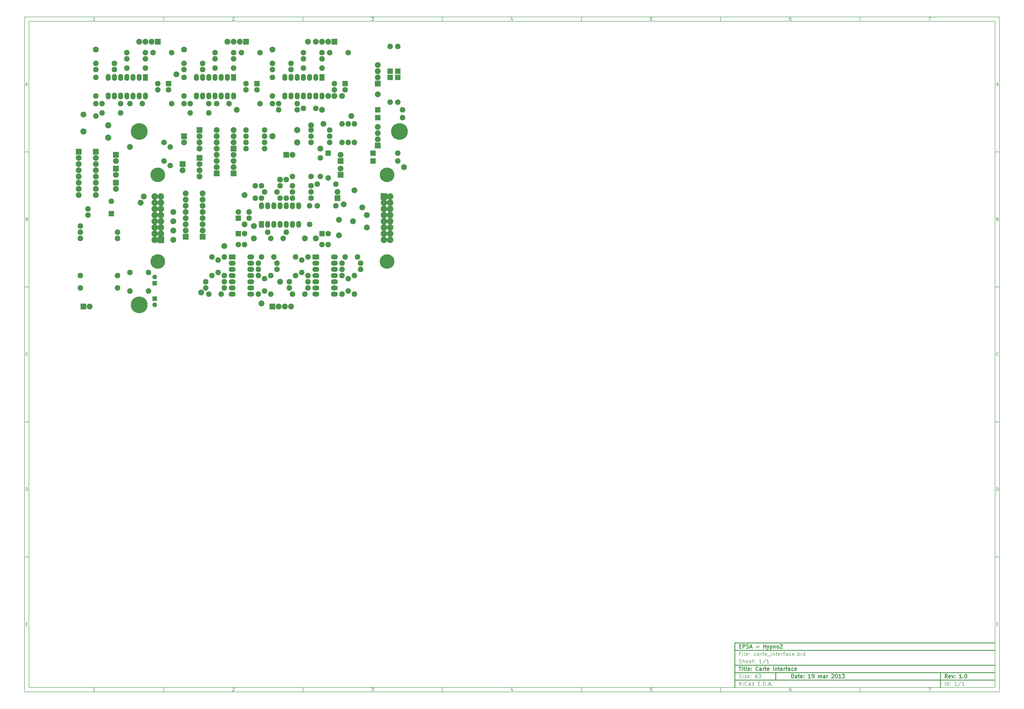
<source format=gbs>
G04 (created by PCBNEW-RS274X (2012-01-19 BZR 3256)-stable) date 19/03/2013 15:18:26*
G01*
G70*
G90*
%MOIN*%
G04 Gerber Fmt 3.4, Leading zero omitted, Abs format*
%FSLAX34Y34*%
G04 APERTURE LIST*
%ADD10C,0.006000*%
%ADD11C,0.012000*%
%ADD12C,0.090000*%
%ADD13R,0.090000X0.090000*%
%ADD14R,0.082000X0.110000*%
%ADD15O,0.082000X0.110000*%
%ADD16R,0.110000X0.082000*%
%ADD17O,0.110000X0.082000*%
%ADD18C,0.235000*%
%ADD19R,0.105000X0.105000*%
%ADD20C,0.105000*%
%ADD21R,0.095000X0.095000*%
%ADD22C,0.095000*%
%ADD23R,0.075000X0.075000*%
%ADD24C,0.075000*%
%ADD25C,0.100000*%
%ADD26C,0.270000*%
G04 APERTURE END LIST*
G54D10*
X04000Y-04000D02*
X161350Y-04000D01*
X161350Y-113000D01*
X04000Y-113000D01*
X04000Y-04000D01*
X04700Y-04700D02*
X160650Y-04700D01*
X160650Y-112300D01*
X04700Y-112300D01*
X04700Y-04700D01*
X26470Y-04000D02*
X26470Y-04700D01*
X15383Y-04552D02*
X15097Y-04552D01*
X15240Y-04552D02*
X15240Y-04052D01*
X15192Y-04124D01*
X15145Y-04171D01*
X15097Y-04195D01*
X26470Y-113000D02*
X26470Y-112300D01*
X15383Y-112852D02*
X15097Y-112852D01*
X15240Y-112852D02*
X15240Y-112352D01*
X15192Y-112424D01*
X15145Y-112471D01*
X15097Y-112495D01*
X48940Y-04000D02*
X48940Y-04700D01*
X37567Y-04100D02*
X37591Y-04076D01*
X37639Y-04052D01*
X37758Y-04052D01*
X37805Y-04076D01*
X37829Y-04100D01*
X37853Y-04148D01*
X37853Y-04195D01*
X37829Y-04267D01*
X37543Y-04552D01*
X37853Y-04552D01*
X48940Y-113000D02*
X48940Y-112300D01*
X37567Y-112400D02*
X37591Y-112376D01*
X37639Y-112352D01*
X37758Y-112352D01*
X37805Y-112376D01*
X37829Y-112400D01*
X37853Y-112448D01*
X37853Y-112495D01*
X37829Y-112567D01*
X37543Y-112852D01*
X37853Y-112852D01*
X71410Y-04000D02*
X71410Y-04700D01*
X60013Y-04052D02*
X60323Y-04052D01*
X60156Y-04243D01*
X60228Y-04243D01*
X60275Y-04267D01*
X60299Y-04290D01*
X60323Y-04338D01*
X60323Y-04457D01*
X60299Y-04505D01*
X60275Y-04529D01*
X60228Y-04552D01*
X60085Y-04552D01*
X60037Y-04529D01*
X60013Y-04505D01*
X71410Y-113000D02*
X71410Y-112300D01*
X60013Y-112352D02*
X60323Y-112352D01*
X60156Y-112543D01*
X60228Y-112543D01*
X60275Y-112567D01*
X60299Y-112590D01*
X60323Y-112638D01*
X60323Y-112757D01*
X60299Y-112805D01*
X60275Y-112829D01*
X60228Y-112852D01*
X60085Y-112852D01*
X60037Y-112829D01*
X60013Y-112805D01*
X93880Y-04000D02*
X93880Y-04700D01*
X82745Y-04219D02*
X82745Y-04552D01*
X82626Y-04029D02*
X82507Y-04386D01*
X82817Y-04386D01*
X93880Y-113000D02*
X93880Y-112300D01*
X82745Y-112519D02*
X82745Y-112852D01*
X82626Y-112329D02*
X82507Y-112686D01*
X82817Y-112686D01*
X116350Y-04000D02*
X116350Y-04700D01*
X105239Y-04052D02*
X105001Y-04052D01*
X104977Y-04290D01*
X105001Y-04267D01*
X105049Y-04243D01*
X105168Y-04243D01*
X105215Y-04267D01*
X105239Y-04290D01*
X105263Y-04338D01*
X105263Y-04457D01*
X105239Y-04505D01*
X105215Y-04529D01*
X105168Y-04552D01*
X105049Y-04552D01*
X105001Y-04529D01*
X104977Y-04505D01*
X116350Y-113000D02*
X116350Y-112300D01*
X105239Y-112352D02*
X105001Y-112352D01*
X104977Y-112590D01*
X105001Y-112567D01*
X105049Y-112543D01*
X105168Y-112543D01*
X105215Y-112567D01*
X105239Y-112590D01*
X105263Y-112638D01*
X105263Y-112757D01*
X105239Y-112805D01*
X105215Y-112829D01*
X105168Y-112852D01*
X105049Y-112852D01*
X105001Y-112829D01*
X104977Y-112805D01*
X138820Y-04000D02*
X138820Y-04700D01*
X127685Y-04052D02*
X127590Y-04052D01*
X127542Y-04076D01*
X127519Y-04100D01*
X127471Y-04171D01*
X127447Y-04267D01*
X127447Y-04457D01*
X127471Y-04505D01*
X127495Y-04529D01*
X127542Y-04552D01*
X127638Y-04552D01*
X127685Y-04529D01*
X127709Y-04505D01*
X127733Y-04457D01*
X127733Y-04338D01*
X127709Y-04290D01*
X127685Y-04267D01*
X127638Y-04243D01*
X127542Y-04243D01*
X127495Y-04267D01*
X127471Y-04290D01*
X127447Y-04338D01*
X138820Y-113000D02*
X138820Y-112300D01*
X127685Y-112352D02*
X127590Y-112352D01*
X127542Y-112376D01*
X127519Y-112400D01*
X127471Y-112471D01*
X127447Y-112567D01*
X127447Y-112757D01*
X127471Y-112805D01*
X127495Y-112829D01*
X127542Y-112852D01*
X127638Y-112852D01*
X127685Y-112829D01*
X127709Y-112805D01*
X127733Y-112757D01*
X127733Y-112638D01*
X127709Y-112590D01*
X127685Y-112567D01*
X127638Y-112543D01*
X127542Y-112543D01*
X127495Y-112567D01*
X127471Y-112590D01*
X127447Y-112638D01*
X149893Y-04052D02*
X150227Y-04052D01*
X150012Y-04552D01*
X149893Y-112352D02*
X150227Y-112352D01*
X150012Y-112852D01*
X04000Y-25800D02*
X04700Y-25800D01*
X04231Y-14960D02*
X04469Y-14960D01*
X04184Y-15102D02*
X04350Y-14602D01*
X04517Y-15102D01*
X161350Y-25800D02*
X160650Y-25800D01*
X160881Y-14960D02*
X161119Y-14960D01*
X160834Y-15102D02*
X161000Y-14602D01*
X161167Y-15102D01*
X04000Y-47600D02*
X04700Y-47600D01*
X04386Y-36640D02*
X04457Y-36664D01*
X04481Y-36688D01*
X04505Y-36736D01*
X04505Y-36807D01*
X04481Y-36855D01*
X04457Y-36879D01*
X04410Y-36902D01*
X04219Y-36902D01*
X04219Y-36402D01*
X04386Y-36402D01*
X04433Y-36426D01*
X04457Y-36450D01*
X04481Y-36498D01*
X04481Y-36545D01*
X04457Y-36593D01*
X04433Y-36617D01*
X04386Y-36640D01*
X04219Y-36640D01*
X161350Y-47600D02*
X160650Y-47600D01*
X161036Y-36640D02*
X161107Y-36664D01*
X161131Y-36688D01*
X161155Y-36736D01*
X161155Y-36807D01*
X161131Y-36855D01*
X161107Y-36879D01*
X161060Y-36902D01*
X160869Y-36902D01*
X160869Y-36402D01*
X161036Y-36402D01*
X161083Y-36426D01*
X161107Y-36450D01*
X161131Y-36498D01*
X161131Y-36545D01*
X161107Y-36593D01*
X161083Y-36617D01*
X161036Y-36640D01*
X160869Y-36640D01*
X04000Y-69400D02*
X04700Y-69400D01*
X04505Y-58655D02*
X04481Y-58679D01*
X04410Y-58702D01*
X04362Y-58702D01*
X04290Y-58679D01*
X04243Y-58631D01*
X04219Y-58583D01*
X04195Y-58488D01*
X04195Y-58417D01*
X04219Y-58321D01*
X04243Y-58274D01*
X04290Y-58226D01*
X04362Y-58202D01*
X04410Y-58202D01*
X04481Y-58226D01*
X04505Y-58250D01*
X161350Y-69400D02*
X160650Y-69400D01*
X161155Y-58655D02*
X161131Y-58679D01*
X161060Y-58702D01*
X161012Y-58702D01*
X160940Y-58679D01*
X160893Y-58631D01*
X160869Y-58583D01*
X160845Y-58488D01*
X160845Y-58417D01*
X160869Y-58321D01*
X160893Y-58274D01*
X160940Y-58226D01*
X161012Y-58202D01*
X161060Y-58202D01*
X161131Y-58226D01*
X161155Y-58250D01*
X04000Y-91200D02*
X04700Y-91200D01*
X04219Y-80502D02*
X04219Y-80002D01*
X04338Y-80002D01*
X04410Y-80026D01*
X04457Y-80074D01*
X04481Y-80121D01*
X04505Y-80217D01*
X04505Y-80288D01*
X04481Y-80383D01*
X04457Y-80431D01*
X04410Y-80479D01*
X04338Y-80502D01*
X04219Y-80502D01*
X161350Y-91200D02*
X160650Y-91200D01*
X160869Y-80502D02*
X160869Y-80002D01*
X160988Y-80002D01*
X161060Y-80026D01*
X161107Y-80074D01*
X161131Y-80121D01*
X161155Y-80217D01*
X161155Y-80288D01*
X161131Y-80383D01*
X161107Y-80431D01*
X161060Y-80479D01*
X160988Y-80502D01*
X160869Y-80502D01*
X04243Y-102040D02*
X04410Y-102040D01*
X04481Y-102302D02*
X04243Y-102302D01*
X04243Y-101802D01*
X04481Y-101802D01*
X160893Y-102040D02*
X161060Y-102040D01*
X161131Y-102302D02*
X160893Y-102302D01*
X160893Y-101802D01*
X161131Y-101802D01*
G54D11*
X127793Y-110743D02*
X127793Y-110143D01*
X127936Y-110143D01*
X128021Y-110171D01*
X128079Y-110229D01*
X128107Y-110286D01*
X128136Y-110400D01*
X128136Y-110486D01*
X128107Y-110600D01*
X128079Y-110657D01*
X128021Y-110714D01*
X127936Y-110743D01*
X127793Y-110743D01*
X128650Y-110743D02*
X128650Y-110429D01*
X128621Y-110371D01*
X128564Y-110343D01*
X128450Y-110343D01*
X128393Y-110371D01*
X128650Y-110714D02*
X128593Y-110743D01*
X128450Y-110743D01*
X128393Y-110714D01*
X128364Y-110657D01*
X128364Y-110600D01*
X128393Y-110543D01*
X128450Y-110514D01*
X128593Y-110514D01*
X128650Y-110486D01*
X128850Y-110343D02*
X129079Y-110343D01*
X128936Y-110143D02*
X128936Y-110657D01*
X128964Y-110714D01*
X129022Y-110743D01*
X129079Y-110743D01*
X129507Y-110714D02*
X129450Y-110743D01*
X129336Y-110743D01*
X129279Y-110714D01*
X129250Y-110657D01*
X129250Y-110429D01*
X129279Y-110371D01*
X129336Y-110343D01*
X129450Y-110343D01*
X129507Y-110371D01*
X129536Y-110429D01*
X129536Y-110486D01*
X129250Y-110543D01*
X129793Y-110686D02*
X129821Y-110714D01*
X129793Y-110743D01*
X129764Y-110714D01*
X129793Y-110686D01*
X129793Y-110743D01*
X129793Y-110371D02*
X129821Y-110400D01*
X129793Y-110429D01*
X129764Y-110400D01*
X129793Y-110371D01*
X129793Y-110429D01*
X130850Y-110743D02*
X130507Y-110743D01*
X130679Y-110743D02*
X130679Y-110143D01*
X130622Y-110229D01*
X130564Y-110286D01*
X130507Y-110314D01*
X131135Y-110743D02*
X131250Y-110743D01*
X131307Y-110714D01*
X131335Y-110686D01*
X131393Y-110600D01*
X131421Y-110486D01*
X131421Y-110257D01*
X131393Y-110200D01*
X131364Y-110171D01*
X131307Y-110143D01*
X131193Y-110143D01*
X131135Y-110171D01*
X131107Y-110200D01*
X131078Y-110257D01*
X131078Y-110400D01*
X131107Y-110457D01*
X131135Y-110486D01*
X131193Y-110514D01*
X131307Y-110514D01*
X131364Y-110486D01*
X131393Y-110457D01*
X131421Y-110400D01*
X132135Y-110743D02*
X132135Y-110343D01*
X132135Y-110400D02*
X132163Y-110371D01*
X132221Y-110343D01*
X132306Y-110343D01*
X132363Y-110371D01*
X132392Y-110429D01*
X132392Y-110743D01*
X132392Y-110429D02*
X132421Y-110371D01*
X132478Y-110343D01*
X132563Y-110343D01*
X132621Y-110371D01*
X132649Y-110429D01*
X132649Y-110743D01*
X133192Y-110743D02*
X133192Y-110429D01*
X133163Y-110371D01*
X133106Y-110343D01*
X132992Y-110343D01*
X132935Y-110371D01*
X133192Y-110714D02*
X133135Y-110743D01*
X132992Y-110743D01*
X132935Y-110714D01*
X132906Y-110657D01*
X132906Y-110600D01*
X132935Y-110543D01*
X132992Y-110514D01*
X133135Y-110514D01*
X133192Y-110486D01*
X133478Y-110743D02*
X133478Y-110343D01*
X133478Y-110457D02*
X133506Y-110400D01*
X133535Y-110371D01*
X133592Y-110343D01*
X133649Y-110343D01*
X134277Y-110200D02*
X134306Y-110171D01*
X134363Y-110143D01*
X134506Y-110143D01*
X134563Y-110171D01*
X134592Y-110200D01*
X134620Y-110257D01*
X134620Y-110314D01*
X134592Y-110400D01*
X134249Y-110743D01*
X134620Y-110743D01*
X134991Y-110143D02*
X135048Y-110143D01*
X135105Y-110171D01*
X135134Y-110200D01*
X135163Y-110257D01*
X135191Y-110371D01*
X135191Y-110514D01*
X135163Y-110629D01*
X135134Y-110686D01*
X135105Y-110714D01*
X135048Y-110743D01*
X134991Y-110743D01*
X134934Y-110714D01*
X134905Y-110686D01*
X134877Y-110629D01*
X134848Y-110514D01*
X134848Y-110371D01*
X134877Y-110257D01*
X134905Y-110200D01*
X134934Y-110171D01*
X134991Y-110143D01*
X135762Y-110743D02*
X135419Y-110743D01*
X135591Y-110743D02*
X135591Y-110143D01*
X135534Y-110229D01*
X135476Y-110286D01*
X135419Y-110314D01*
X135962Y-110143D02*
X136333Y-110143D01*
X136133Y-110371D01*
X136219Y-110371D01*
X136276Y-110400D01*
X136305Y-110429D01*
X136333Y-110486D01*
X136333Y-110629D01*
X136305Y-110686D01*
X136276Y-110714D01*
X136219Y-110743D01*
X136047Y-110743D01*
X135990Y-110714D01*
X135962Y-110686D01*
G54D10*
X119393Y-111943D02*
X119393Y-111343D01*
X119736Y-111943D02*
X119479Y-111600D01*
X119736Y-111343D02*
X119393Y-111686D01*
X119993Y-111943D02*
X119993Y-111543D01*
X119993Y-111343D02*
X119964Y-111371D01*
X119993Y-111400D01*
X120021Y-111371D01*
X119993Y-111343D01*
X119993Y-111400D01*
X120622Y-111886D02*
X120593Y-111914D01*
X120507Y-111943D01*
X120450Y-111943D01*
X120365Y-111914D01*
X120307Y-111857D01*
X120279Y-111800D01*
X120250Y-111686D01*
X120250Y-111600D01*
X120279Y-111486D01*
X120307Y-111429D01*
X120365Y-111371D01*
X120450Y-111343D01*
X120507Y-111343D01*
X120593Y-111371D01*
X120622Y-111400D01*
X121136Y-111943D02*
X121136Y-111629D01*
X121107Y-111571D01*
X121050Y-111543D01*
X120936Y-111543D01*
X120879Y-111571D01*
X121136Y-111914D02*
X121079Y-111943D01*
X120936Y-111943D01*
X120879Y-111914D01*
X120850Y-111857D01*
X120850Y-111800D01*
X120879Y-111743D01*
X120936Y-111714D01*
X121079Y-111714D01*
X121136Y-111686D01*
X121679Y-111943D02*
X121679Y-111343D01*
X121679Y-111914D02*
X121622Y-111943D01*
X121508Y-111943D01*
X121450Y-111914D01*
X121422Y-111886D01*
X121393Y-111829D01*
X121393Y-111657D01*
X121422Y-111600D01*
X121450Y-111571D01*
X121508Y-111543D01*
X121622Y-111543D01*
X121679Y-111571D01*
X122422Y-111629D02*
X122622Y-111629D01*
X122708Y-111943D02*
X122422Y-111943D01*
X122422Y-111343D01*
X122708Y-111343D01*
X122965Y-111886D02*
X122993Y-111914D01*
X122965Y-111943D01*
X122936Y-111914D01*
X122965Y-111886D01*
X122965Y-111943D01*
X123251Y-111943D02*
X123251Y-111343D01*
X123394Y-111343D01*
X123479Y-111371D01*
X123537Y-111429D01*
X123565Y-111486D01*
X123594Y-111600D01*
X123594Y-111686D01*
X123565Y-111800D01*
X123537Y-111857D01*
X123479Y-111914D01*
X123394Y-111943D01*
X123251Y-111943D01*
X123851Y-111886D02*
X123879Y-111914D01*
X123851Y-111943D01*
X123822Y-111914D01*
X123851Y-111886D01*
X123851Y-111943D01*
X124108Y-111771D02*
X124394Y-111771D01*
X124051Y-111943D02*
X124251Y-111343D01*
X124451Y-111943D01*
X124651Y-111886D02*
X124679Y-111914D01*
X124651Y-111943D01*
X124622Y-111914D01*
X124651Y-111886D01*
X124651Y-111943D01*
G54D11*
X152936Y-110743D02*
X152736Y-110457D01*
X152593Y-110743D02*
X152593Y-110143D01*
X152821Y-110143D01*
X152879Y-110171D01*
X152907Y-110200D01*
X152936Y-110257D01*
X152936Y-110343D01*
X152907Y-110400D01*
X152879Y-110429D01*
X152821Y-110457D01*
X152593Y-110457D01*
X153421Y-110714D02*
X153364Y-110743D01*
X153250Y-110743D01*
X153193Y-110714D01*
X153164Y-110657D01*
X153164Y-110429D01*
X153193Y-110371D01*
X153250Y-110343D01*
X153364Y-110343D01*
X153421Y-110371D01*
X153450Y-110429D01*
X153450Y-110486D01*
X153164Y-110543D01*
X153650Y-110343D02*
X153793Y-110743D01*
X153935Y-110343D01*
X154164Y-110686D02*
X154192Y-110714D01*
X154164Y-110743D01*
X154135Y-110714D01*
X154164Y-110686D01*
X154164Y-110743D01*
X154164Y-110371D02*
X154192Y-110400D01*
X154164Y-110429D01*
X154135Y-110400D01*
X154164Y-110371D01*
X154164Y-110429D01*
X155221Y-110743D02*
X154878Y-110743D01*
X155050Y-110743D02*
X155050Y-110143D01*
X154993Y-110229D01*
X154935Y-110286D01*
X154878Y-110314D01*
X155478Y-110686D02*
X155506Y-110714D01*
X155478Y-110743D01*
X155449Y-110714D01*
X155478Y-110686D01*
X155478Y-110743D01*
X155878Y-110143D02*
X155935Y-110143D01*
X155992Y-110171D01*
X156021Y-110200D01*
X156050Y-110257D01*
X156078Y-110371D01*
X156078Y-110514D01*
X156050Y-110629D01*
X156021Y-110686D01*
X155992Y-110714D01*
X155935Y-110743D01*
X155878Y-110743D01*
X155821Y-110714D01*
X155792Y-110686D01*
X155764Y-110629D01*
X155735Y-110514D01*
X155735Y-110371D01*
X155764Y-110257D01*
X155792Y-110200D01*
X155821Y-110171D01*
X155878Y-110143D01*
G54D10*
X119364Y-110714D02*
X119450Y-110743D01*
X119593Y-110743D01*
X119650Y-110714D01*
X119679Y-110686D01*
X119707Y-110629D01*
X119707Y-110571D01*
X119679Y-110514D01*
X119650Y-110486D01*
X119593Y-110457D01*
X119479Y-110429D01*
X119421Y-110400D01*
X119393Y-110371D01*
X119364Y-110314D01*
X119364Y-110257D01*
X119393Y-110200D01*
X119421Y-110171D01*
X119479Y-110143D01*
X119621Y-110143D01*
X119707Y-110171D01*
X119964Y-110743D02*
X119964Y-110343D01*
X119964Y-110143D02*
X119935Y-110171D01*
X119964Y-110200D01*
X119992Y-110171D01*
X119964Y-110143D01*
X119964Y-110200D01*
X120193Y-110343D02*
X120507Y-110343D01*
X120193Y-110743D01*
X120507Y-110743D01*
X120964Y-110714D02*
X120907Y-110743D01*
X120793Y-110743D01*
X120736Y-110714D01*
X120707Y-110657D01*
X120707Y-110429D01*
X120736Y-110371D01*
X120793Y-110343D01*
X120907Y-110343D01*
X120964Y-110371D01*
X120993Y-110429D01*
X120993Y-110486D01*
X120707Y-110543D01*
X121250Y-110686D02*
X121278Y-110714D01*
X121250Y-110743D01*
X121221Y-110714D01*
X121250Y-110686D01*
X121250Y-110743D01*
X121250Y-110371D02*
X121278Y-110400D01*
X121250Y-110429D01*
X121221Y-110400D01*
X121250Y-110371D01*
X121250Y-110429D01*
X121964Y-110571D02*
X122250Y-110571D01*
X121907Y-110743D02*
X122107Y-110143D01*
X122307Y-110743D01*
X122450Y-110143D02*
X122821Y-110143D01*
X122621Y-110371D01*
X122707Y-110371D01*
X122764Y-110400D01*
X122793Y-110429D01*
X122821Y-110486D01*
X122821Y-110629D01*
X122793Y-110686D01*
X122764Y-110714D01*
X122707Y-110743D01*
X122535Y-110743D01*
X122478Y-110714D01*
X122450Y-110686D01*
X152593Y-111943D02*
X152593Y-111343D01*
X153136Y-111943D02*
X153136Y-111343D01*
X153136Y-111914D02*
X153079Y-111943D01*
X152965Y-111943D01*
X152907Y-111914D01*
X152879Y-111886D01*
X152850Y-111829D01*
X152850Y-111657D01*
X152879Y-111600D01*
X152907Y-111571D01*
X152965Y-111543D01*
X153079Y-111543D01*
X153136Y-111571D01*
X153422Y-111886D02*
X153450Y-111914D01*
X153422Y-111943D01*
X153393Y-111914D01*
X153422Y-111886D01*
X153422Y-111943D01*
X153422Y-111571D02*
X153450Y-111600D01*
X153422Y-111629D01*
X153393Y-111600D01*
X153422Y-111571D01*
X153422Y-111629D01*
X154479Y-111943D02*
X154136Y-111943D01*
X154308Y-111943D02*
X154308Y-111343D01*
X154251Y-111429D01*
X154193Y-111486D01*
X154136Y-111514D01*
X155164Y-111314D02*
X154650Y-112086D01*
X155679Y-111943D02*
X155336Y-111943D01*
X155508Y-111943D02*
X155508Y-111343D01*
X155451Y-111429D01*
X155393Y-111486D01*
X155336Y-111514D01*
G54D11*
X119307Y-108943D02*
X119650Y-108943D01*
X119479Y-109543D02*
X119479Y-108943D01*
X119850Y-109543D02*
X119850Y-109143D01*
X119850Y-108943D02*
X119821Y-108971D01*
X119850Y-109000D01*
X119878Y-108971D01*
X119850Y-108943D01*
X119850Y-109000D01*
X120050Y-109143D02*
X120279Y-109143D01*
X120136Y-108943D02*
X120136Y-109457D01*
X120164Y-109514D01*
X120222Y-109543D01*
X120279Y-109543D01*
X120565Y-109543D02*
X120507Y-109514D01*
X120479Y-109457D01*
X120479Y-108943D01*
X121021Y-109514D02*
X120964Y-109543D01*
X120850Y-109543D01*
X120793Y-109514D01*
X120764Y-109457D01*
X120764Y-109229D01*
X120793Y-109171D01*
X120850Y-109143D01*
X120964Y-109143D01*
X121021Y-109171D01*
X121050Y-109229D01*
X121050Y-109286D01*
X120764Y-109343D01*
X121307Y-109486D02*
X121335Y-109514D01*
X121307Y-109543D01*
X121278Y-109514D01*
X121307Y-109486D01*
X121307Y-109543D01*
X121307Y-109171D02*
X121335Y-109200D01*
X121307Y-109229D01*
X121278Y-109200D01*
X121307Y-109171D01*
X121307Y-109229D01*
X122393Y-109486D02*
X122364Y-109514D01*
X122278Y-109543D01*
X122221Y-109543D01*
X122136Y-109514D01*
X122078Y-109457D01*
X122050Y-109400D01*
X122021Y-109286D01*
X122021Y-109200D01*
X122050Y-109086D01*
X122078Y-109029D01*
X122136Y-108971D01*
X122221Y-108943D01*
X122278Y-108943D01*
X122364Y-108971D01*
X122393Y-109000D01*
X122907Y-109543D02*
X122907Y-109229D01*
X122878Y-109171D01*
X122821Y-109143D01*
X122707Y-109143D01*
X122650Y-109171D01*
X122907Y-109514D02*
X122850Y-109543D01*
X122707Y-109543D01*
X122650Y-109514D01*
X122621Y-109457D01*
X122621Y-109400D01*
X122650Y-109343D01*
X122707Y-109314D01*
X122850Y-109314D01*
X122907Y-109286D01*
X123193Y-109543D02*
X123193Y-109143D01*
X123193Y-109257D02*
X123221Y-109200D01*
X123250Y-109171D01*
X123307Y-109143D01*
X123364Y-109143D01*
X123478Y-109143D02*
X123707Y-109143D01*
X123564Y-108943D02*
X123564Y-109457D01*
X123592Y-109514D01*
X123650Y-109543D01*
X123707Y-109543D01*
X124135Y-109514D02*
X124078Y-109543D01*
X123964Y-109543D01*
X123907Y-109514D01*
X123878Y-109457D01*
X123878Y-109229D01*
X123907Y-109171D01*
X123964Y-109143D01*
X124078Y-109143D01*
X124135Y-109171D01*
X124164Y-109229D01*
X124164Y-109286D01*
X123878Y-109343D01*
X124878Y-109543D02*
X124878Y-109143D01*
X124878Y-108943D02*
X124849Y-108971D01*
X124878Y-109000D01*
X124906Y-108971D01*
X124878Y-108943D01*
X124878Y-109000D01*
X125164Y-109143D02*
X125164Y-109543D01*
X125164Y-109200D02*
X125192Y-109171D01*
X125250Y-109143D01*
X125335Y-109143D01*
X125392Y-109171D01*
X125421Y-109229D01*
X125421Y-109543D01*
X125621Y-109143D02*
X125850Y-109143D01*
X125707Y-108943D02*
X125707Y-109457D01*
X125735Y-109514D01*
X125793Y-109543D01*
X125850Y-109543D01*
X126278Y-109514D02*
X126221Y-109543D01*
X126107Y-109543D01*
X126050Y-109514D01*
X126021Y-109457D01*
X126021Y-109229D01*
X126050Y-109171D01*
X126107Y-109143D01*
X126221Y-109143D01*
X126278Y-109171D01*
X126307Y-109229D01*
X126307Y-109286D01*
X126021Y-109343D01*
X126564Y-109543D02*
X126564Y-109143D01*
X126564Y-109257D02*
X126592Y-109200D01*
X126621Y-109171D01*
X126678Y-109143D01*
X126735Y-109143D01*
X126849Y-109143D02*
X127078Y-109143D01*
X126935Y-109543D02*
X126935Y-109029D01*
X126963Y-108971D01*
X127021Y-108943D01*
X127078Y-108943D01*
X127535Y-109543D02*
X127535Y-109229D01*
X127506Y-109171D01*
X127449Y-109143D01*
X127335Y-109143D01*
X127278Y-109171D01*
X127535Y-109514D02*
X127478Y-109543D01*
X127335Y-109543D01*
X127278Y-109514D01*
X127249Y-109457D01*
X127249Y-109400D01*
X127278Y-109343D01*
X127335Y-109314D01*
X127478Y-109314D01*
X127535Y-109286D01*
X128078Y-109514D02*
X128021Y-109543D01*
X127907Y-109543D01*
X127849Y-109514D01*
X127821Y-109486D01*
X127792Y-109429D01*
X127792Y-109257D01*
X127821Y-109200D01*
X127849Y-109171D01*
X127907Y-109143D01*
X128021Y-109143D01*
X128078Y-109171D01*
X128563Y-109514D02*
X128506Y-109543D01*
X128392Y-109543D01*
X128335Y-109514D01*
X128306Y-109457D01*
X128306Y-109229D01*
X128335Y-109171D01*
X128392Y-109143D01*
X128506Y-109143D01*
X128563Y-109171D01*
X128592Y-109229D01*
X128592Y-109286D01*
X128306Y-109343D01*
G54D10*
X119593Y-106829D02*
X119393Y-106829D01*
X119393Y-107143D02*
X119393Y-106543D01*
X119679Y-106543D01*
X119907Y-107143D02*
X119907Y-106743D01*
X119907Y-106543D02*
X119878Y-106571D01*
X119907Y-106600D01*
X119935Y-106571D01*
X119907Y-106543D01*
X119907Y-106600D01*
X120279Y-107143D02*
X120221Y-107114D01*
X120193Y-107057D01*
X120193Y-106543D01*
X120735Y-107114D02*
X120678Y-107143D01*
X120564Y-107143D01*
X120507Y-107114D01*
X120478Y-107057D01*
X120478Y-106829D01*
X120507Y-106771D01*
X120564Y-106743D01*
X120678Y-106743D01*
X120735Y-106771D01*
X120764Y-106829D01*
X120764Y-106886D01*
X120478Y-106943D01*
X121021Y-107086D02*
X121049Y-107114D01*
X121021Y-107143D01*
X120992Y-107114D01*
X121021Y-107086D01*
X121021Y-107143D01*
X121021Y-106771D02*
X121049Y-106800D01*
X121021Y-106829D01*
X120992Y-106800D01*
X121021Y-106771D01*
X121021Y-106829D01*
X122021Y-107114D02*
X121964Y-107143D01*
X121850Y-107143D01*
X121792Y-107114D01*
X121764Y-107086D01*
X121735Y-107029D01*
X121735Y-106857D01*
X121764Y-106800D01*
X121792Y-106771D01*
X121850Y-106743D01*
X121964Y-106743D01*
X122021Y-106771D01*
X122535Y-107143D02*
X122535Y-106829D01*
X122506Y-106771D01*
X122449Y-106743D01*
X122335Y-106743D01*
X122278Y-106771D01*
X122535Y-107114D02*
X122478Y-107143D01*
X122335Y-107143D01*
X122278Y-107114D01*
X122249Y-107057D01*
X122249Y-107000D01*
X122278Y-106943D01*
X122335Y-106914D01*
X122478Y-106914D01*
X122535Y-106886D01*
X122821Y-107143D02*
X122821Y-106743D01*
X122821Y-106857D02*
X122849Y-106800D01*
X122878Y-106771D01*
X122935Y-106743D01*
X122992Y-106743D01*
X123106Y-106743D02*
X123335Y-106743D01*
X123192Y-106543D02*
X123192Y-107057D01*
X123220Y-107114D01*
X123278Y-107143D01*
X123335Y-107143D01*
X123763Y-107114D02*
X123706Y-107143D01*
X123592Y-107143D01*
X123535Y-107114D01*
X123506Y-107057D01*
X123506Y-106829D01*
X123535Y-106771D01*
X123592Y-106743D01*
X123706Y-106743D01*
X123763Y-106771D01*
X123792Y-106829D01*
X123792Y-106886D01*
X123506Y-106943D01*
X123906Y-107200D02*
X124363Y-107200D01*
X124506Y-107143D02*
X124506Y-106743D01*
X124506Y-106543D02*
X124477Y-106571D01*
X124506Y-106600D01*
X124534Y-106571D01*
X124506Y-106543D01*
X124506Y-106600D01*
X124792Y-106743D02*
X124792Y-107143D01*
X124792Y-106800D02*
X124820Y-106771D01*
X124878Y-106743D01*
X124963Y-106743D01*
X125020Y-106771D01*
X125049Y-106829D01*
X125049Y-107143D01*
X125249Y-106743D02*
X125478Y-106743D01*
X125335Y-106543D02*
X125335Y-107057D01*
X125363Y-107114D01*
X125421Y-107143D01*
X125478Y-107143D01*
X125906Y-107114D02*
X125849Y-107143D01*
X125735Y-107143D01*
X125678Y-107114D01*
X125649Y-107057D01*
X125649Y-106829D01*
X125678Y-106771D01*
X125735Y-106743D01*
X125849Y-106743D01*
X125906Y-106771D01*
X125935Y-106829D01*
X125935Y-106886D01*
X125649Y-106943D01*
X126192Y-107143D02*
X126192Y-106743D01*
X126192Y-106857D02*
X126220Y-106800D01*
X126249Y-106771D01*
X126306Y-106743D01*
X126363Y-106743D01*
X126477Y-106743D02*
X126706Y-106743D01*
X126563Y-107143D02*
X126563Y-106629D01*
X126591Y-106571D01*
X126649Y-106543D01*
X126706Y-106543D01*
X127163Y-107143D02*
X127163Y-106829D01*
X127134Y-106771D01*
X127077Y-106743D01*
X126963Y-106743D01*
X126906Y-106771D01*
X127163Y-107114D02*
X127106Y-107143D01*
X126963Y-107143D01*
X126906Y-107114D01*
X126877Y-107057D01*
X126877Y-107000D01*
X126906Y-106943D01*
X126963Y-106914D01*
X127106Y-106914D01*
X127163Y-106886D01*
X127706Y-107114D02*
X127649Y-107143D01*
X127535Y-107143D01*
X127477Y-107114D01*
X127449Y-107086D01*
X127420Y-107029D01*
X127420Y-106857D01*
X127449Y-106800D01*
X127477Y-106771D01*
X127535Y-106743D01*
X127649Y-106743D01*
X127706Y-106771D01*
X128191Y-107114D02*
X128134Y-107143D01*
X128020Y-107143D01*
X127963Y-107114D01*
X127934Y-107057D01*
X127934Y-106829D01*
X127963Y-106771D01*
X128020Y-106743D01*
X128134Y-106743D01*
X128191Y-106771D01*
X128220Y-106829D01*
X128220Y-106886D01*
X127934Y-106943D01*
X128477Y-107086D02*
X128505Y-107114D01*
X128477Y-107143D01*
X128448Y-107114D01*
X128477Y-107086D01*
X128477Y-107143D01*
X128763Y-107143D02*
X128763Y-106543D01*
X128763Y-106771D02*
X128820Y-106743D01*
X128934Y-106743D01*
X128991Y-106771D01*
X129020Y-106800D01*
X129049Y-106857D01*
X129049Y-107029D01*
X129020Y-107086D01*
X128991Y-107114D01*
X128934Y-107143D01*
X128820Y-107143D01*
X128763Y-107114D01*
X129306Y-107143D02*
X129306Y-106743D01*
X129306Y-106857D02*
X129334Y-106800D01*
X129363Y-106771D01*
X129420Y-106743D01*
X129477Y-106743D01*
X129934Y-107143D02*
X129934Y-106543D01*
X129934Y-107114D02*
X129877Y-107143D01*
X129763Y-107143D01*
X129705Y-107114D01*
X129677Y-107086D01*
X129648Y-107029D01*
X129648Y-106857D01*
X129677Y-106800D01*
X129705Y-106771D01*
X129763Y-106743D01*
X129877Y-106743D01*
X129934Y-106771D01*
X119364Y-108314D02*
X119450Y-108343D01*
X119593Y-108343D01*
X119650Y-108314D01*
X119679Y-108286D01*
X119707Y-108229D01*
X119707Y-108171D01*
X119679Y-108114D01*
X119650Y-108086D01*
X119593Y-108057D01*
X119479Y-108029D01*
X119421Y-108000D01*
X119393Y-107971D01*
X119364Y-107914D01*
X119364Y-107857D01*
X119393Y-107800D01*
X119421Y-107771D01*
X119479Y-107743D01*
X119621Y-107743D01*
X119707Y-107771D01*
X119964Y-108343D02*
X119964Y-107743D01*
X120221Y-108343D02*
X120221Y-108029D01*
X120192Y-107971D01*
X120135Y-107943D01*
X120050Y-107943D01*
X119992Y-107971D01*
X119964Y-108000D01*
X120735Y-108314D02*
X120678Y-108343D01*
X120564Y-108343D01*
X120507Y-108314D01*
X120478Y-108257D01*
X120478Y-108029D01*
X120507Y-107971D01*
X120564Y-107943D01*
X120678Y-107943D01*
X120735Y-107971D01*
X120764Y-108029D01*
X120764Y-108086D01*
X120478Y-108143D01*
X121249Y-108314D02*
X121192Y-108343D01*
X121078Y-108343D01*
X121021Y-108314D01*
X120992Y-108257D01*
X120992Y-108029D01*
X121021Y-107971D01*
X121078Y-107943D01*
X121192Y-107943D01*
X121249Y-107971D01*
X121278Y-108029D01*
X121278Y-108086D01*
X120992Y-108143D01*
X121449Y-107943D02*
X121678Y-107943D01*
X121535Y-107743D02*
X121535Y-108257D01*
X121563Y-108314D01*
X121621Y-108343D01*
X121678Y-108343D01*
X121878Y-108286D02*
X121906Y-108314D01*
X121878Y-108343D01*
X121849Y-108314D01*
X121878Y-108286D01*
X121878Y-108343D01*
X121878Y-107971D02*
X121906Y-108000D01*
X121878Y-108029D01*
X121849Y-108000D01*
X121878Y-107971D01*
X121878Y-108029D01*
X122935Y-108343D02*
X122592Y-108343D01*
X122764Y-108343D02*
X122764Y-107743D01*
X122707Y-107829D01*
X122649Y-107886D01*
X122592Y-107914D01*
X123620Y-107714D02*
X123106Y-108486D01*
X124135Y-108343D02*
X123792Y-108343D01*
X123964Y-108343D02*
X123964Y-107743D01*
X123907Y-107829D01*
X123849Y-107886D01*
X123792Y-107914D01*
G54D11*
X119393Y-105629D02*
X119593Y-105629D01*
X119679Y-105943D02*
X119393Y-105943D01*
X119393Y-105343D01*
X119679Y-105343D01*
X119936Y-105943D02*
X119936Y-105343D01*
X120164Y-105343D01*
X120222Y-105371D01*
X120250Y-105400D01*
X120279Y-105457D01*
X120279Y-105543D01*
X120250Y-105600D01*
X120222Y-105629D01*
X120164Y-105657D01*
X119936Y-105657D01*
X120507Y-105914D02*
X120593Y-105943D01*
X120736Y-105943D01*
X120793Y-105914D01*
X120822Y-105886D01*
X120850Y-105829D01*
X120850Y-105771D01*
X120822Y-105714D01*
X120793Y-105686D01*
X120736Y-105657D01*
X120622Y-105629D01*
X120564Y-105600D01*
X120536Y-105571D01*
X120507Y-105514D01*
X120507Y-105457D01*
X120536Y-105400D01*
X120564Y-105371D01*
X120622Y-105343D01*
X120764Y-105343D01*
X120850Y-105371D01*
X121078Y-105771D02*
X121364Y-105771D01*
X121021Y-105943D02*
X121221Y-105343D01*
X121421Y-105943D01*
X122078Y-105714D02*
X122535Y-105714D01*
X123278Y-105943D02*
X123278Y-105343D01*
X123278Y-105629D02*
X123621Y-105629D01*
X123621Y-105943D02*
X123621Y-105343D01*
X123850Y-105543D02*
X123993Y-105943D01*
X124135Y-105543D02*
X123993Y-105943D01*
X123935Y-106086D01*
X123907Y-106114D01*
X123850Y-106143D01*
X124364Y-105543D02*
X124364Y-106143D01*
X124364Y-105571D02*
X124421Y-105543D01*
X124535Y-105543D01*
X124592Y-105571D01*
X124621Y-105600D01*
X124650Y-105657D01*
X124650Y-105829D01*
X124621Y-105886D01*
X124592Y-105914D01*
X124535Y-105943D01*
X124421Y-105943D01*
X124364Y-105914D01*
X124907Y-105543D02*
X124907Y-105943D01*
X124907Y-105600D02*
X124935Y-105571D01*
X124993Y-105543D01*
X125078Y-105543D01*
X125135Y-105571D01*
X125164Y-105629D01*
X125164Y-105943D01*
X125536Y-105943D02*
X125478Y-105914D01*
X125450Y-105886D01*
X125421Y-105829D01*
X125421Y-105657D01*
X125450Y-105600D01*
X125478Y-105571D01*
X125536Y-105543D01*
X125621Y-105543D01*
X125678Y-105571D01*
X125707Y-105600D01*
X125736Y-105657D01*
X125736Y-105829D01*
X125707Y-105886D01*
X125678Y-105914D01*
X125621Y-105943D01*
X125536Y-105943D01*
X125936Y-105343D02*
X126336Y-105343D01*
X125936Y-105943D01*
X126336Y-105943D01*
X118650Y-105100D02*
X118650Y-112300D01*
X118650Y-106300D02*
X160650Y-106300D01*
X118650Y-105100D02*
X160650Y-105100D01*
X118650Y-108700D02*
X160650Y-108700D01*
X151850Y-109900D02*
X151850Y-112300D01*
X118650Y-111100D02*
X160650Y-111100D01*
X118650Y-109900D02*
X160650Y-109900D01*
X125250Y-109900D02*
X125250Y-111100D01*
G54D12*
X14250Y-36000D03*
X14250Y-35000D03*
X25500Y-14750D03*
X25500Y-15750D03*
X40250Y-36500D03*
X40250Y-35500D03*
X38500Y-40750D03*
X39500Y-40750D03*
X39750Y-14750D03*
X39750Y-15750D03*
X52000Y-40750D03*
X53000Y-40750D03*
G54D13*
X27250Y-14750D03*
G54D12*
X27250Y-15750D03*
G54D13*
X38500Y-39000D03*
G54D12*
X39500Y-39000D03*
G54D13*
X52000Y-39000D03*
G54D12*
X53000Y-39000D03*
G54D13*
X41500Y-14750D03*
G54D12*
X41500Y-15750D03*
G54D13*
X38500Y-36500D03*
G54D12*
X38500Y-35500D03*
X49000Y-18750D03*
X51000Y-18750D03*
X27750Y-18000D03*
X29750Y-18000D03*
X35000Y-18000D03*
X37000Y-18000D03*
X42000Y-18000D03*
X44000Y-18000D03*
X44750Y-32250D03*
X42750Y-32250D03*
X49250Y-48750D03*
X47250Y-48750D03*
X41250Y-31250D03*
X41250Y-33250D03*
X42750Y-46250D03*
X42750Y-48250D03*
X45750Y-39750D03*
X43750Y-39750D03*
X42250Y-42750D03*
X44250Y-42750D03*
X48750Y-45250D03*
X48750Y-43250D03*
X35250Y-45250D03*
X35250Y-43250D03*
X15500Y-20000D03*
X15500Y-18000D03*
X35750Y-48750D03*
X33750Y-48750D03*
X21000Y-18000D03*
X23000Y-18000D03*
X55750Y-42750D03*
X57750Y-42750D03*
G54D13*
X18000Y-35750D03*
G54D12*
X18000Y-33750D03*
X65000Y-19000D03*
G54D13*
X61000Y-19000D03*
G54D12*
X65000Y-20250D03*
G54D13*
X61000Y-20250D03*
G54D12*
X64250Y-26000D03*
G54D13*
X60250Y-26000D03*
G54D12*
X63000Y-17750D03*
G54D13*
X63000Y-13750D03*
G54D12*
X64250Y-27250D03*
G54D13*
X60250Y-27250D03*
G54D12*
X53000Y-30000D03*
G54D13*
X53000Y-26000D03*
G54D12*
X64250Y-17750D03*
G54D13*
X64250Y-13750D03*
G54D12*
X64250Y-08750D03*
G54D13*
X64250Y-12750D03*
G54D12*
X63000Y-08750D03*
G54D13*
X63000Y-12750D03*
G54D14*
X37750Y-13750D03*
G54D15*
X36750Y-13750D03*
X35750Y-13750D03*
X34750Y-13750D03*
X33750Y-13750D03*
X32750Y-13750D03*
X31750Y-13750D03*
X31750Y-16750D03*
X32750Y-16750D03*
X33750Y-16750D03*
X34750Y-16750D03*
X35750Y-16750D03*
X36750Y-16750D03*
X37750Y-16750D03*
G54D14*
X52000Y-13750D03*
G54D15*
X51000Y-13750D03*
X50000Y-13750D03*
X49000Y-13750D03*
X48000Y-13750D03*
X47000Y-13750D03*
X46000Y-13750D03*
X46000Y-16750D03*
X47000Y-16750D03*
X48000Y-16750D03*
X49000Y-16750D03*
X50000Y-16750D03*
X51000Y-16750D03*
X52000Y-16750D03*
G54D14*
X42250Y-37500D03*
G54D15*
X43250Y-37500D03*
X44250Y-37500D03*
X45250Y-37500D03*
X46250Y-37500D03*
X47250Y-37500D03*
X48250Y-37500D03*
X48250Y-34500D03*
X47250Y-34500D03*
X46250Y-34500D03*
X45250Y-34500D03*
X44250Y-34500D03*
X43250Y-34500D03*
X42250Y-34500D03*
G54D16*
X37500Y-42750D03*
G54D17*
X37500Y-43750D03*
X37500Y-44750D03*
X37500Y-45750D03*
X37500Y-46750D03*
X37500Y-47750D03*
X37500Y-48750D03*
X40500Y-48750D03*
X40500Y-47750D03*
X40500Y-46750D03*
X40500Y-45750D03*
X40500Y-44750D03*
X40500Y-43750D03*
X40500Y-42750D03*
G54D14*
X23500Y-13750D03*
G54D15*
X22500Y-13750D03*
X21500Y-13750D03*
X20500Y-13750D03*
X19500Y-13750D03*
X18500Y-13750D03*
X17500Y-13750D03*
X17500Y-16750D03*
X18500Y-16750D03*
X19500Y-16750D03*
X20500Y-16750D03*
X21500Y-16750D03*
X22500Y-16750D03*
X23500Y-16750D03*
G54D16*
X51000Y-42750D03*
G54D17*
X51000Y-43750D03*
X51000Y-44750D03*
X51000Y-45750D03*
X51000Y-46750D03*
X51000Y-47750D03*
X51000Y-48750D03*
X54000Y-48750D03*
X54000Y-47750D03*
X54000Y-46750D03*
X54000Y-45750D03*
X54000Y-44750D03*
X54000Y-43750D03*
X54000Y-42750D03*
G54D18*
X62500Y-29500D03*
X62500Y-43500D03*
G54D19*
X62000Y-33000D03*
G54D20*
X63000Y-33000D03*
X62000Y-34000D03*
X63000Y-34000D03*
X62000Y-35000D03*
X63000Y-35000D03*
X62000Y-36000D03*
X63000Y-36000D03*
X62000Y-37000D03*
X63000Y-37000D03*
X62000Y-38000D03*
X63000Y-38000D03*
X62000Y-39000D03*
X63000Y-39000D03*
X62000Y-40000D03*
X63000Y-40000D03*
G54D18*
X25500Y-43500D03*
X25500Y-29500D03*
G54D19*
X26000Y-40000D03*
G54D20*
X25000Y-40000D03*
X26000Y-39000D03*
X25000Y-39000D03*
X26000Y-38000D03*
X25000Y-38000D03*
X26000Y-37000D03*
X25000Y-37000D03*
X26000Y-36000D03*
X25000Y-36000D03*
X26000Y-35000D03*
X25000Y-35000D03*
X26000Y-34000D03*
X25000Y-34000D03*
X26000Y-33000D03*
X25000Y-33000D03*
G54D21*
X46250Y-26250D03*
G54D22*
X47250Y-26250D03*
G54D21*
X29750Y-23250D03*
G54D22*
X29750Y-24250D03*
G54D21*
X55000Y-29500D03*
G54D22*
X55000Y-28500D03*
G54D21*
X29500Y-27750D03*
G54D22*
X29500Y-28750D03*
G54D21*
X54500Y-33250D03*
G54D22*
X54500Y-32250D03*
X32250Y-29750D03*
X32250Y-28750D03*
G54D21*
X32250Y-26750D03*
G54D22*
X32250Y-27750D03*
X32250Y-25250D03*
X32250Y-24250D03*
G54D21*
X32250Y-22250D03*
G54D22*
X32250Y-23250D03*
X61000Y-11750D03*
X61000Y-12750D03*
G54D21*
X61000Y-14750D03*
G54D22*
X61000Y-13750D03*
X47000Y-50750D03*
X46000Y-50750D03*
G54D21*
X44000Y-50750D03*
G54D22*
X45000Y-50750D03*
X37750Y-22250D03*
X37750Y-23250D03*
G54D21*
X37750Y-25250D03*
G54D22*
X37750Y-24250D03*
X37750Y-26250D03*
X37750Y-27250D03*
G54D21*
X37750Y-29250D03*
G54D22*
X37750Y-28250D03*
X51000Y-08000D03*
X52000Y-08000D03*
G54D21*
X54000Y-08000D03*
G54D22*
X53000Y-08000D03*
X36750Y-08000D03*
X37750Y-08000D03*
G54D21*
X39750Y-08000D03*
G54D22*
X38750Y-08000D03*
X61000Y-21750D03*
X61000Y-22750D03*
G54D21*
X61000Y-24750D03*
G54D22*
X61000Y-23750D03*
X15500Y-30750D03*
X15500Y-29750D03*
X15500Y-31750D03*
X15500Y-32750D03*
X15500Y-28750D03*
X15500Y-27750D03*
G54D21*
X15500Y-25750D03*
G54D22*
X15500Y-26750D03*
X32750Y-34500D03*
X32750Y-35500D03*
X32750Y-33500D03*
X32750Y-32500D03*
X32750Y-36500D03*
X32750Y-37500D03*
G54D21*
X32750Y-39500D03*
G54D22*
X32750Y-38500D03*
X30000Y-34500D03*
X30000Y-35500D03*
X30000Y-33500D03*
X30000Y-32500D03*
X30000Y-36500D03*
X30000Y-37500D03*
G54D21*
X30000Y-39500D03*
G54D22*
X30000Y-38500D03*
X12750Y-30750D03*
X12750Y-29750D03*
X12750Y-31750D03*
X12750Y-32750D03*
X12750Y-28750D03*
X12750Y-27750D03*
G54D21*
X12750Y-25750D03*
G54D22*
X12750Y-26750D03*
X35000Y-24250D03*
X35000Y-25250D03*
X35000Y-23250D03*
X35000Y-22250D03*
X35000Y-26250D03*
X35000Y-27250D03*
G54D21*
X35000Y-29250D03*
G54D22*
X35000Y-28250D03*
G54D23*
X25000Y-47000D03*
G54D24*
X25000Y-46000D03*
G54D23*
X25000Y-49500D03*
G54D24*
X25000Y-50500D03*
G54D12*
X46250Y-38750D03*
X43250Y-38750D03*
X50000Y-37500D03*
X50000Y-34500D03*
X57250Y-21250D03*
X57250Y-24250D03*
X27750Y-09750D03*
X24750Y-09750D03*
X56250Y-09750D03*
X53250Y-09750D03*
X42000Y-09750D03*
X39000Y-09750D03*
X51250Y-34500D03*
X54250Y-34500D03*
X46250Y-33250D03*
X46250Y-30250D03*
X47250Y-33250D03*
X50250Y-33250D03*
X47250Y-29750D03*
X50250Y-29750D03*
X45250Y-33250D03*
X42250Y-33250D03*
X50250Y-32250D03*
X47250Y-32250D03*
X42250Y-31250D03*
X45250Y-31250D03*
X54250Y-31000D03*
X51250Y-31000D03*
X50250Y-31250D03*
X47250Y-31250D03*
X47000Y-11500D03*
X44000Y-11500D03*
X49000Y-12250D03*
X52000Y-12250D03*
X45000Y-19000D03*
X48000Y-19000D03*
X52000Y-09750D03*
X49000Y-09750D03*
X52000Y-10750D03*
X49000Y-10750D03*
X44000Y-12500D03*
X47000Y-12500D03*
X32750Y-11500D03*
X29750Y-11500D03*
X29750Y-16750D03*
X29750Y-13750D03*
X33750Y-18000D03*
X30750Y-18000D03*
X34750Y-12250D03*
X37750Y-12250D03*
X21000Y-45250D03*
X24000Y-45250D03*
X21000Y-48250D03*
X24000Y-48250D03*
X30750Y-19500D03*
X33750Y-19500D03*
X37750Y-09750D03*
X34750Y-09750D03*
X37750Y-10750D03*
X34750Y-10750D03*
X29750Y-12500D03*
X32750Y-12500D03*
X18500Y-11500D03*
X15500Y-11500D03*
X15500Y-16750D03*
X15500Y-13750D03*
X19500Y-18000D03*
X16500Y-18000D03*
X20500Y-12250D03*
X23500Y-12250D03*
X16500Y-19500D03*
X19500Y-19500D03*
X23500Y-09750D03*
X20500Y-09750D03*
X23500Y-10750D03*
X20500Y-10750D03*
X15500Y-12500D03*
X18500Y-12500D03*
X34250Y-45750D03*
X34250Y-42750D03*
X36250Y-46750D03*
X33250Y-46750D03*
X36250Y-47750D03*
X33250Y-47750D03*
X36250Y-42750D03*
X36250Y-45750D03*
X43750Y-45750D03*
X43750Y-48750D03*
X41750Y-44750D03*
X44750Y-44750D03*
X41750Y-43750D03*
X44750Y-43750D03*
X41750Y-48750D03*
X41750Y-45750D03*
X47750Y-45750D03*
X47750Y-42750D03*
X49750Y-46750D03*
X46750Y-46750D03*
X49750Y-47750D03*
X46750Y-47750D03*
X49750Y-42750D03*
X49750Y-45750D03*
X57250Y-45750D03*
X57250Y-48750D03*
X55250Y-44750D03*
X58250Y-44750D03*
X55250Y-43750D03*
X58250Y-43750D03*
X48000Y-18000D03*
X45000Y-18000D03*
X44000Y-16750D03*
X44000Y-13750D03*
G54D25*
X17500Y-23500D03*
X13500Y-22500D03*
X17500Y-21500D03*
G54D12*
X13000Y-37750D03*
X13000Y-38750D03*
X13000Y-39750D03*
X13000Y-45750D03*
X13000Y-47750D03*
X19000Y-47750D03*
X19000Y-45750D03*
X19000Y-39750D03*
X19000Y-38750D03*
G54D13*
X55750Y-14750D03*
G54D12*
X55750Y-15750D03*
X55250Y-48750D03*
X55250Y-45750D03*
G54D22*
X22500Y-08000D03*
X23500Y-08000D03*
G54D21*
X25500Y-08000D03*
G54D22*
X24500Y-08000D03*
G54D21*
X55000Y-27250D03*
G54D22*
X55000Y-26250D03*
G54D12*
X54000Y-14750D03*
X54000Y-15750D03*
X56250Y-46250D03*
X56250Y-48250D03*
G54D21*
X13500Y-50750D03*
G54D22*
X14500Y-50750D03*
G54D21*
X18750Y-30750D03*
G54D22*
X18750Y-31750D03*
G54D21*
X18750Y-28500D03*
G54D22*
X18750Y-29500D03*
G54D12*
X42750Y-25250D03*
X39750Y-25250D03*
X26500Y-27250D03*
X26500Y-24250D03*
X42750Y-23250D03*
X39750Y-23250D03*
X42750Y-22250D03*
X39750Y-22250D03*
X51750Y-29750D03*
X51750Y-26750D03*
X42750Y-24250D03*
X39750Y-24250D03*
X27500Y-28000D03*
X27500Y-25000D03*
G54D21*
X18750Y-26250D03*
G54D22*
X18750Y-27250D03*
G54D25*
X48000Y-24250D03*
X44000Y-23250D03*
X48000Y-22250D03*
G54D12*
X53250Y-24250D03*
X50250Y-24250D03*
X56250Y-24250D03*
X56250Y-21250D03*
X50250Y-23250D03*
X53250Y-23250D03*
X55250Y-24250D03*
X55250Y-21250D03*
X53250Y-22250D03*
X50250Y-22250D03*
G54D26*
X64500Y-22500D03*
X22500Y-22500D03*
X22500Y-50500D03*
G54D22*
X51750Y-25250D03*
X22750Y-34000D03*
X54750Y-36750D03*
X54750Y-39250D03*
X15500Y-09250D03*
X44000Y-09250D03*
X13500Y-19750D03*
X29750Y-09250D03*
X61000Y-16500D03*
X45250Y-30250D03*
X28000Y-38500D03*
X28000Y-35500D03*
X28000Y-40000D03*
X28000Y-37000D03*
X52000Y-19000D03*
X38250Y-19000D03*
X21000Y-25000D03*
X57250Y-32000D03*
X45250Y-46750D03*
X58500Y-34750D03*
X32500Y-48500D03*
X57000Y-37000D03*
X59250Y-38000D03*
X59250Y-36000D03*
X23250Y-33000D03*
X49250Y-39750D03*
X65250Y-28250D03*
X49750Y-08000D03*
X55500Y-34250D03*
X39500Y-37500D03*
X36250Y-41000D03*
X28500Y-13250D03*
X42250Y-50250D03*
X39500Y-32750D03*
X52250Y-21250D03*
X54000Y-16750D03*
X55250Y-16750D03*
X56750Y-20000D03*
X50250Y-21500D03*
X41000Y-39750D03*
X53000Y-16750D03*
X41000Y-37750D03*
X51000Y-39750D03*
M02*

</source>
